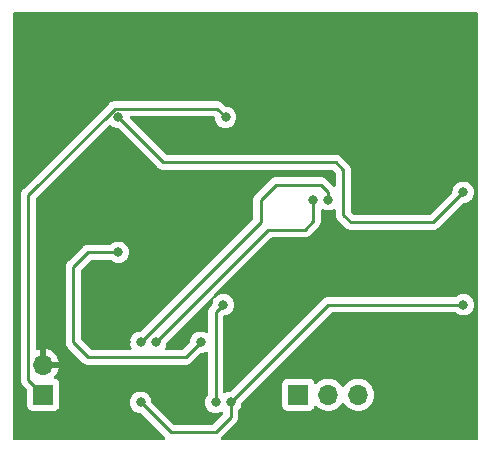
<source format=gbr>
%TF.GenerationSoftware,KiCad,Pcbnew,(6.0.11-0)*%
%TF.CreationDate,2023-04-24T09:02:29-04:00*%
%TF.ProjectId,ClickerController,436c6963-6b65-4724-936f-6e74726f6c6c,rev?*%
%TF.SameCoordinates,Original*%
%TF.FileFunction,Copper,L2,Bot*%
%TF.FilePolarity,Positive*%
%FSLAX46Y46*%
G04 Gerber Fmt 4.6, Leading zero omitted, Abs format (unit mm)*
G04 Created by KiCad (PCBNEW (6.0.11-0)) date 2023-04-24 09:02:29*
%MOMM*%
%LPD*%
G01*
G04 APERTURE LIST*
%TA.AperFunction,ComponentPad*%
%ADD10R,1.700000X1.700000*%
%TD*%
%TA.AperFunction,ComponentPad*%
%ADD11O,1.700000X1.700000*%
%TD*%
%TA.AperFunction,ViaPad*%
%ADD12C,0.800000*%
%TD*%
%TA.AperFunction,Conductor*%
%ADD13C,0.250000*%
%TD*%
G04 APERTURE END LIST*
D10*
%TO.P,J2,1,Pin_1*%
%TO.N,SER*%
X156845000Y-92075000D03*
D11*
%TO.P,J2,2,Pin_2*%
%TO.N,RCLK*%
X159385000Y-92075000D03*
%TO.P,J2,3,Pin_3*%
%TO.N,SRCLK*%
X161925000Y-92075000D03*
%TD*%
D10*
%TO.P,J1,1,Pin_1*%
%TO.N,5v*%
X135255000Y-92080000D03*
D11*
%TO.P,J1,2,Pin_2*%
%TO.N,GND*%
X135255000Y-89540000D03*
%TD*%
D12*
%TO.N,GND*%
X142240000Y-87630000D03*
X140970000Y-82550000D03*
X154305000Y-66675000D03*
%TO.N,5v*%
X170815000Y-84455000D03*
X151130000Y-92710000D03*
X143510000Y-92710000D03*
X150700000Y-68580000D03*
%TO.N,Col0*%
X148590000Y-87630000D03*
X141605000Y-80010000D03*
%TO.N,Col3*%
X150495000Y-84455000D03*
X149860000Y-92710000D03*
%TO.N,Sig*%
X141605000Y-68580000D03*
X170815000Y-74930000D03*
%TO.N,Row0*%
X159385000Y-75565000D03*
X143510000Y-87630000D03*
%TO.N,Row1*%
X158115000Y-75565000D03*
X144780000Y-87630000D03*
%TD*%
D13*
%TO.N,Sig*%
X170815000Y-74930000D02*
X168275000Y-77470000D01*
X168275000Y-77470000D02*
X161290000Y-77470000D01*
X161290000Y-77470000D02*
X160655000Y-76835000D01*
X160020000Y-72390000D02*
X145415000Y-72390000D01*
X160655000Y-76835000D02*
X160655000Y-73025000D01*
X160655000Y-73025000D02*
X160020000Y-72390000D01*
X145415000Y-72390000D02*
X141605000Y-68580000D01*
%TO.N,5v*%
X159385000Y-84455000D02*
X151130000Y-92710000D01*
X149860000Y-95250000D02*
X151130000Y-93980000D01*
X170815000Y-84455000D02*
X159385000Y-84455000D01*
X143510000Y-92710000D02*
X146050000Y-95250000D01*
X133985000Y-75174695D02*
X133985000Y-90810000D01*
X146050000Y-95250000D02*
X149860000Y-95250000D01*
X133985000Y-90810000D02*
X135255000Y-92080000D01*
X151130000Y-93980000D02*
X151130000Y-92710000D01*
X141304695Y-67855000D02*
X133985000Y-75174695D01*
X149975000Y-67855000D02*
X141304695Y-67855000D01*
X150700000Y-68580000D02*
X149975000Y-67855000D01*
%TO.N,Col0*%
X140970000Y-80010000D02*
X141605000Y-80010000D01*
X147320000Y-88900000D02*
X139065000Y-88900000D01*
X137795000Y-81280000D02*
X139065000Y-80010000D01*
X139065000Y-88900000D02*
X137795000Y-87630000D01*
X139065000Y-80010000D02*
X140970000Y-80010000D01*
X137795000Y-87630000D02*
X137795000Y-81280000D01*
X148590000Y-87630000D02*
X147320000Y-88900000D01*
%TO.N,Col3*%
X149860000Y-85090000D02*
X150495000Y-84455000D01*
X149860000Y-92710000D02*
X149860000Y-85090000D01*
%TO.N,Row0*%
X155575000Y-74295000D02*
X158750000Y-74295000D01*
X158750000Y-74295000D02*
X159385000Y-74930000D01*
X153670000Y-75565000D02*
X154940000Y-74295000D01*
X143510000Y-87630000D02*
X153670000Y-77470000D01*
X153670000Y-77470000D02*
X153670000Y-75565000D01*
X154940000Y-74295000D02*
X155575000Y-74295000D01*
X159385000Y-74930000D02*
X159385000Y-75565000D01*
%TO.N,Row1*%
X154305000Y-78105000D02*
X157390000Y-78105000D01*
X157390000Y-78105000D02*
X158115000Y-77380000D01*
X158115000Y-77380000D02*
X158115000Y-75565000D01*
X144780000Y-87630000D02*
X154305000Y-78105000D01*
%TD*%
%TA.AperFunction,Conductor*%
%TO.N,GND*%
G36*
X172027121Y-59710002D02*
G01*
X172073614Y-59763658D01*
X172085000Y-59816000D01*
X172085000Y-95759000D01*
X172064998Y-95827121D01*
X172011342Y-95873614D01*
X171959000Y-95885000D01*
X150425094Y-95885000D01*
X150356973Y-95864998D01*
X150310480Y-95811342D01*
X150300376Y-95741068D01*
X150329870Y-95676488D01*
X150335999Y-95669905D01*
X151522247Y-94483657D01*
X151530537Y-94476113D01*
X151537018Y-94472000D01*
X151583659Y-94422332D01*
X151586413Y-94419491D01*
X151606134Y-94399770D01*
X151608612Y-94396575D01*
X151616318Y-94387553D01*
X151641158Y-94361101D01*
X151646586Y-94355321D01*
X151656346Y-94337568D01*
X151667199Y-94321045D01*
X151674753Y-94311306D01*
X151679613Y-94305041D01*
X151697176Y-94264457D01*
X151702383Y-94253827D01*
X151723695Y-94215060D01*
X151725666Y-94207383D01*
X151725668Y-94207378D01*
X151728732Y-94195442D01*
X151735138Y-94176730D01*
X151740033Y-94165419D01*
X151743181Y-94158145D01*
X151744421Y-94150317D01*
X151744423Y-94150310D01*
X151750099Y-94114476D01*
X151752505Y-94102856D01*
X151761528Y-94067711D01*
X151761528Y-94067710D01*
X151763500Y-94060030D01*
X151763500Y-94039776D01*
X151765051Y-94020065D01*
X151766980Y-94007886D01*
X151768220Y-94000057D01*
X151764059Y-93956038D01*
X151763500Y-93944181D01*
X151763500Y-93412524D01*
X151783502Y-93344403D01*
X151795858Y-93328221D01*
X151869040Y-93246944D01*
X151964527Y-93081556D01*
X151999756Y-92973134D01*
X155486500Y-92973134D01*
X155493255Y-93035316D01*
X155544385Y-93171705D01*
X155631739Y-93288261D01*
X155748295Y-93375615D01*
X155884684Y-93426745D01*
X155946866Y-93433500D01*
X157743134Y-93433500D01*
X157805316Y-93426745D01*
X157941705Y-93375615D01*
X158058261Y-93288261D01*
X158145615Y-93171705D01*
X158177265Y-93087279D01*
X158189598Y-93054382D01*
X158232240Y-92997618D01*
X158298802Y-92972918D01*
X158368150Y-92988126D01*
X158402817Y-93016114D01*
X158431250Y-93048938D01*
X158603126Y-93191632D01*
X158796000Y-93304338D01*
X159004692Y-93384030D01*
X159009760Y-93385061D01*
X159009763Y-93385062D01*
X159117017Y-93406883D01*
X159223597Y-93428567D01*
X159228772Y-93428757D01*
X159228774Y-93428757D01*
X159441673Y-93436564D01*
X159441677Y-93436564D01*
X159446837Y-93436753D01*
X159451957Y-93436097D01*
X159451959Y-93436097D01*
X159663288Y-93409025D01*
X159663289Y-93409025D01*
X159668416Y-93408368D01*
X159673366Y-93406883D01*
X159877429Y-93345661D01*
X159877434Y-93345659D01*
X159882384Y-93344174D01*
X160082994Y-93245896D01*
X160264860Y-93116173D01*
X160423096Y-92958489D01*
X160553453Y-92777077D01*
X160554776Y-92778028D01*
X160601645Y-92734857D01*
X160671580Y-92722625D01*
X160737026Y-92750144D01*
X160764875Y-92781994D01*
X160824987Y-92880088D01*
X160971250Y-93048938D01*
X161143126Y-93191632D01*
X161336000Y-93304338D01*
X161544692Y-93384030D01*
X161549760Y-93385061D01*
X161549763Y-93385062D01*
X161657017Y-93406883D01*
X161763597Y-93428567D01*
X161768772Y-93428757D01*
X161768774Y-93428757D01*
X161981673Y-93436564D01*
X161981677Y-93436564D01*
X161986837Y-93436753D01*
X161991957Y-93436097D01*
X161991959Y-93436097D01*
X162203288Y-93409025D01*
X162203289Y-93409025D01*
X162208416Y-93408368D01*
X162213366Y-93406883D01*
X162417429Y-93345661D01*
X162417434Y-93345659D01*
X162422384Y-93344174D01*
X162622994Y-93245896D01*
X162804860Y-93116173D01*
X162963096Y-92958489D01*
X163093453Y-92777077D01*
X163101292Y-92761217D01*
X163190136Y-92581453D01*
X163190137Y-92581451D01*
X163192430Y-92576811D01*
X163257370Y-92363069D01*
X163286529Y-92141590D01*
X163288156Y-92075000D01*
X163269852Y-91852361D01*
X163215431Y-91635702D01*
X163126354Y-91430840D01*
X163086906Y-91369862D01*
X163007822Y-91247617D01*
X163007820Y-91247614D01*
X163005014Y-91243277D01*
X162854670Y-91078051D01*
X162850619Y-91074852D01*
X162850615Y-91074848D01*
X162683414Y-90942800D01*
X162683410Y-90942798D01*
X162679359Y-90939598D01*
X162483789Y-90831638D01*
X162478920Y-90829914D01*
X162478916Y-90829912D01*
X162278087Y-90758795D01*
X162278083Y-90758794D01*
X162273212Y-90757069D01*
X162268119Y-90756162D01*
X162268116Y-90756161D01*
X162058373Y-90718800D01*
X162058367Y-90718799D01*
X162053284Y-90717894D01*
X161979452Y-90716992D01*
X161835081Y-90715228D01*
X161835079Y-90715228D01*
X161829911Y-90715165D01*
X161609091Y-90748955D01*
X161396756Y-90818357D01*
X161198607Y-90921507D01*
X161194474Y-90924610D01*
X161194471Y-90924612D01*
X161065905Y-91021142D01*
X161019965Y-91055635D01*
X161016393Y-91059373D01*
X160908729Y-91172037D01*
X160865629Y-91217138D01*
X160758201Y-91374621D01*
X160703293Y-91419621D01*
X160632768Y-91427792D01*
X160569021Y-91396538D01*
X160548324Y-91372054D01*
X160467822Y-91247617D01*
X160467820Y-91247614D01*
X160465014Y-91243277D01*
X160314670Y-91078051D01*
X160310619Y-91074852D01*
X160310615Y-91074848D01*
X160143414Y-90942800D01*
X160143410Y-90942798D01*
X160139359Y-90939598D01*
X159943789Y-90831638D01*
X159938920Y-90829914D01*
X159938916Y-90829912D01*
X159738087Y-90758795D01*
X159738083Y-90758794D01*
X159733212Y-90757069D01*
X159728119Y-90756162D01*
X159728116Y-90756161D01*
X159518373Y-90718800D01*
X159518367Y-90718799D01*
X159513284Y-90717894D01*
X159439452Y-90716992D01*
X159295081Y-90715228D01*
X159295079Y-90715228D01*
X159289911Y-90715165D01*
X159069091Y-90748955D01*
X158856756Y-90818357D01*
X158658607Y-90921507D01*
X158654474Y-90924610D01*
X158654471Y-90924612D01*
X158525905Y-91021142D01*
X158479965Y-91055635D01*
X158414602Y-91124034D01*
X158399283Y-91140064D01*
X158337759Y-91175494D01*
X158266846Y-91172037D01*
X158209060Y-91130791D01*
X158190207Y-91097243D01*
X158148767Y-90986703D01*
X158145615Y-90978295D01*
X158058261Y-90861739D01*
X157941705Y-90774385D01*
X157805316Y-90723255D01*
X157743134Y-90716500D01*
X155946866Y-90716500D01*
X155884684Y-90723255D01*
X155748295Y-90774385D01*
X155631739Y-90861739D01*
X155544385Y-90978295D01*
X155493255Y-91114684D01*
X155486500Y-91176866D01*
X155486500Y-92973134D01*
X151999756Y-92973134D01*
X152023542Y-92899928D01*
X152040907Y-92734706D01*
X152067920Y-92669050D01*
X152077122Y-92658782D01*
X159610500Y-85125405D01*
X159672812Y-85091379D01*
X159699595Y-85088500D01*
X170106800Y-85088500D01*
X170174921Y-85108502D01*
X170194147Y-85124843D01*
X170194420Y-85124540D01*
X170199332Y-85128963D01*
X170203747Y-85133866D01*
X170358248Y-85246118D01*
X170364276Y-85248802D01*
X170364278Y-85248803D01*
X170526681Y-85321109D01*
X170532712Y-85323794D01*
X170626112Y-85343647D01*
X170713056Y-85362128D01*
X170713061Y-85362128D01*
X170719513Y-85363500D01*
X170910487Y-85363500D01*
X170916939Y-85362128D01*
X170916944Y-85362128D01*
X171003888Y-85343647D01*
X171097288Y-85323794D01*
X171103319Y-85321109D01*
X171265722Y-85248803D01*
X171265724Y-85248802D01*
X171271752Y-85246118D01*
X171426253Y-85133866D01*
X171449091Y-85108502D01*
X171549621Y-84996852D01*
X171549622Y-84996851D01*
X171554040Y-84991944D01*
X171628708Y-84862616D01*
X171646223Y-84832279D01*
X171646224Y-84832278D01*
X171649527Y-84826556D01*
X171708542Y-84644928D01*
X171728504Y-84455000D01*
X171708542Y-84265072D01*
X171649527Y-84083444D01*
X171554040Y-83918056D01*
X171537882Y-83900110D01*
X171430675Y-83781045D01*
X171430674Y-83781044D01*
X171426253Y-83776134D01*
X171271752Y-83663882D01*
X171265724Y-83661198D01*
X171265722Y-83661197D01*
X171103319Y-83588891D01*
X171103318Y-83588891D01*
X171097288Y-83586206D01*
X171003888Y-83566353D01*
X170916944Y-83547872D01*
X170916939Y-83547872D01*
X170910487Y-83546500D01*
X170719513Y-83546500D01*
X170713061Y-83547872D01*
X170713056Y-83547872D01*
X170626112Y-83566353D01*
X170532712Y-83586206D01*
X170526682Y-83588891D01*
X170526681Y-83588891D01*
X170364278Y-83661197D01*
X170364276Y-83661198D01*
X170358248Y-83663882D01*
X170203747Y-83776134D01*
X170199332Y-83781037D01*
X170194420Y-83785460D01*
X170193295Y-83784211D01*
X170139986Y-83817051D01*
X170106800Y-83821500D01*
X159463767Y-83821500D01*
X159452584Y-83820973D01*
X159445091Y-83819298D01*
X159437165Y-83819547D01*
X159437164Y-83819547D01*
X159377001Y-83821438D01*
X159373043Y-83821500D01*
X159345144Y-83821500D01*
X159341154Y-83822004D01*
X159329320Y-83822936D01*
X159285111Y-83824326D01*
X159277497Y-83826538D01*
X159277492Y-83826539D01*
X159265659Y-83829977D01*
X159246296Y-83833988D01*
X159226203Y-83836526D01*
X159218836Y-83839443D01*
X159218831Y-83839444D01*
X159185092Y-83852802D01*
X159173865Y-83856646D01*
X159131407Y-83868982D01*
X159124581Y-83873019D01*
X159113972Y-83879293D01*
X159096224Y-83887988D01*
X159077383Y-83895448D01*
X159070967Y-83900110D01*
X159070966Y-83900110D01*
X159041613Y-83921436D01*
X159031693Y-83927952D01*
X159000465Y-83946420D01*
X159000462Y-83946422D01*
X158993638Y-83950458D01*
X158979317Y-83964779D01*
X158964284Y-83977619D01*
X158947893Y-83989528D01*
X158942842Y-83995634D01*
X158919702Y-84023605D01*
X158911712Y-84032384D01*
X151179500Y-91764595D01*
X151117188Y-91798621D01*
X151090405Y-91801500D01*
X151034513Y-91801500D01*
X151028061Y-91802872D01*
X151028056Y-91802872D01*
X150941112Y-91821353D01*
X150847712Y-91841206D01*
X150841682Y-91843891D01*
X150841681Y-91843891D01*
X150822657Y-91852361D01*
X150673248Y-91918882D01*
X150672323Y-91916804D01*
X150613512Y-91931076D01*
X150546419Y-91907859D01*
X150502528Y-91852055D01*
X150493500Y-91805218D01*
X150493500Y-85486148D01*
X150513502Y-85418027D01*
X150567158Y-85371534D01*
X150593299Y-85362902D01*
X150777288Y-85323794D01*
X150783319Y-85321109D01*
X150945722Y-85248803D01*
X150945724Y-85248802D01*
X150951752Y-85246118D01*
X151106253Y-85133866D01*
X151129091Y-85108502D01*
X151229621Y-84996852D01*
X151229622Y-84996851D01*
X151234040Y-84991944D01*
X151308708Y-84862616D01*
X151326223Y-84832279D01*
X151326224Y-84832278D01*
X151329527Y-84826556D01*
X151388542Y-84644928D01*
X151408504Y-84455000D01*
X151388542Y-84265072D01*
X151329527Y-84083444D01*
X151234040Y-83918056D01*
X151217882Y-83900110D01*
X151110675Y-83781045D01*
X151110674Y-83781044D01*
X151106253Y-83776134D01*
X150951752Y-83663882D01*
X150945724Y-83661198D01*
X150945722Y-83661197D01*
X150783319Y-83588891D01*
X150783318Y-83588891D01*
X150777288Y-83586206D01*
X150683888Y-83566353D01*
X150596944Y-83547872D01*
X150596939Y-83547872D01*
X150590487Y-83546500D01*
X150399513Y-83546500D01*
X150393061Y-83547872D01*
X150393056Y-83547872D01*
X150306112Y-83566353D01*
X150212712Y-83586206D01*
X150206682Y-83588891D01*
X150206681Y-83588891D01*
X150044278Y-83661197D01*
X150044276Y-83661198D01*
X150038248Y-83663882D01*
X150032907Y-83667762D01*
X150032906Y-83667763D01*
X149884515Y-83775576D01*
X149878450Y-83777740D01*
X149864229Y-83797811D01*
X149772119Y-83900110D01*
X149755960Y-83918056D01*
X149660473Y-84083444D01*
X149601458Y-84265072D01*
X149600768Y-84271633D01*
X149600768Y-84271635D01*
X149584093Y-84430292D01*
X149557080Y-84495949D01*
X149547878Y-84506217D01*
X149467747Y-84586348D01*
X149459461Y-84593888D01*
X149452982Y-84598000D01*
X149447557Y-84603777D01*
X149406357Y-84647651D01*
X149403602Y-84650493D01*
X149383865Y-84670230D01*
X149381385Y-84673427D01*
X149373682Y-84682447D01*
X149343414Y-84714679D01*
X149339595Y-84721625D01*
X149339593Y-84721628D01*
X149333652Y-84732434D01*
X149322801Y-84748953D01*
X149310386Y-84764959D01*
X149307241Y-84772228D01*
X149307238Y-84772232D01*
X149292826Y-84805537D01*
X149287609Y-84816187D01*
X149266305Y-84854940D01*
X149264334Y-84862615D01*
X149264334Y-84862616D01*
X149261267Y-84874562D01*
X149254863Y-84893266D01*
X149246819Y-84911855D01*
X149245580Y-84919678D01*
X149245577Y-84919688D01*
X149239901Y-84955524D01*
X149237495Y-84967144D01*
X149226500Y-85009970D01*
X149226500Y-85030224D01*
X149224949Y-85049934D01*
X149221780Y-85069943D01*
X149222526Y-85077835D01*
X149225941Y-85113961D01*
X149226500Y-85125819D01*
X149226500Y-86725218D01*
X149206498Y-86793339D01*
X149152842Y-86839832D01*
X149082568Y-86849936D01*
X149047270Y-86837718D01*
X149046752Y-86838882D01*
X148878319Y-86763891D01*
X148878318Y-86763891D01*
X148872288Y-86761206D01*
X148778887Y-86741353D01*
X148691944Y-86722872D01*
X148691939Y-86722872D01*
X148685487Y-86721500D01*
X148494513Y-86721500D01*
X148488061Y-86722872D01*
X148488056Y-86722872D01*
X148401113Y-86741353D01*
X148307712Y-86761206D01*
X148301682Y-86763891D01*
X148301681Y-86763891D01*
X148139278Y-86836197D01*
X148139276Y-86836198D01*
X148133248Y-86838882D01*
X148127907Y-86842762D01*
X148127906Y-86842763D01*
X148077843Y-86879136D01*
X147978747Y-86951134D01*
X147850960Y-87093056D01*
X147755473Y-87258444D01*
X147696458Y-87440072D01*
X147695768Y-87446633D01*
X147695768Y-87446635D01*
X147679093Y-87605292D01*
X147652080Y-87670949D01*
X147642878Y-87681217D01*
X147094500Y-88229595D01*
X147032188Y-88263621D01*
X147005405Y-88266500D01*
X145679800Y-88266500D01*
X145611679Y-88246498D01*
X145565186Y-88192842D01*
X145555082Y-88122568D01*
X145570681Y-88077500D01*
X145611223Y-88007279D01*
X145611224Y-88007278D01*
X145614527Y-88001556D01*
X145673542Y-87819928D01*
X145690907Y-87654706D01*
X145717920Y-87589050D01*
X145727122Y-87578782D01*
X149681498Y-83624406D01*
X149704852Y-83611654D01*
X149710674Y-83596699D01*
X149721359Y-83584545D01*
X154530499Y-78775405D01*
X154592811Y-78741379D01*
X154619594Y-78738500D01*
X157311233Y-78738500D01*
X157322416Y-78739027D01*
X157329909Y-78740702D01*
X157337835Y-78740453D01*
X157337836Y-78740453D01*
X157397986Y-78738562D01*
X157401945Y-78738500D01*
X157429856Y-78738500D01*
X157433791Y-78738003D01*
X157433856Y-78737995D01*
X157445693Y-78737062D01*
X157477951Y-78736048D01*
X157481970Y-78735922D01*
X157489889Y-78735673D01*
X157509343Y-78730021D01*
X157528700Y-78726013D01*
X157540930Y-78724468D01*
X157540931Y-78724468D01*
X157548797Y-78723474D01*
X157556168Y-78720555D01*
X157556170Y-78720555D01*
X157589912Y-78707196D01*
X157601142Y-78703351D01*
X157635983Y-78693229D01*
X157635984Y-78693229D01*
X157643593Y-78691018D01*
X157650412Y-78686985D01*
X157650417Y-78686983D01*
X157661028Y-78680707D01*
X157678776Y-78672012D01*
X157697617Y-78664552D01*
X157733387Y-78638564D01*
X157743307Y-78632048D01*
X157774535Y-78613580D01*
X157774538Y-78613578D01*
X157781362Y-78609542D01*
X157795683Y-78595221D01*
X157810717Y-78582380D01*
X157820693Y-78575132D01*
X157827107Y-78570472D01*
X157855288Y-78536407D01*
X157863278Y-78527626D01*
X158507258Y-77883647D01*
X158515537Y-77876113D01*
X158522018Y-77872000D01*
X158568644Y-77822348D01*
X158571398Y-77819507D01*
X158591135Y-77799770D01*
X158593615Y-77796573D01*
X158601320Y-77787551D01*
X158626159Y-77761100D01*
X158631586Y-77755321D01*
X158635405Y-77748375D01*
X158635407Y-77748372D01*
X158641348Y-77737566D01*
X158652199Y-77721047D01*
X158659758Y-77711301D01*
X158664614Y-77705041D01*
X158667759Y-77697772D01*
X158667762Y-77697768D01*
X158682174Y-77664463D01*
X158687391Y-77653813D01*
X158708695Y-77615060D01*
X158713733Y-77595437D01*
X158720137Y-77576734D01*
X158725033Y-77565420D01*
X158725033Y-77565419D01*
X158728181Y-77558145D01*
X158729420Y-77550322D01*
X158729423Y-77550312D01*
X158735099Y-77514476D01*
X158737505Y-77502856D01*
X158746528Y-77467711D01*
X158746528Y-77467710D01*
X158748500Y-77460030D01*
X158748500Y-77439776D01*
X158750051Y-77420065D01*
X158751980Y-77407886D01*
X158753220Y-77400057D01*
X158749059Y-77356038D01*
X158748500Y-77344181D01*
X158748500Y-76469782D01*
X158768502Y-76401661D01*
X158822158Y-76355168D01*
X158892432Y-76345064D01*
X158927730Y-76357282D01*
X158928248Y-76356118D01*
X159078345Y-76422945D01*
X159102712Y-76433794D01*
X159196113Y-76453647D01*
X159283056Y-76472128D01*
X159283061Y-76472128D01*
X159289513Y-76473500D01*
X159480487Y-76473500D01*
X159486939Y-76472128D01*
X159486944Y-76472128D01*
X159573887Y-76453647D01*
X159667288Y-76433794D01*
X159691656Y-76422945D01*
X159841752Y-76356118D01*
X159842677Y-76358196D01*
X159901488Y-76343924D01*
X159968581Y-76367141D01*
X160012472Y-76422945D01*
X160021500Y-76469782D01*
X160021500Y-76756233D01*
X160020973Y-76767416D01*
X160019298Y-76774909D01*
X160019547Y-76782835D01*
X160019547Y-76782836D01*
X160021438Y-76842986D01*
X160021500Y-76846945D01*
X160021500Y-76874856D01*
X160021997Y-76878790D01*
X160021997Y-76878791D01*
X160022005Y-76878856D01*
X160022938Y-76890693D01*
X160024327Y-76934889D01*
X160029978Y-76954339D01*
X160033987Y-76973700D01*
X160036526Y-76993797D01*
X160039445Y-77001168D01*
X160039445Y-77001170D01*
X160052804Y-77034912D01*
X160056649Y-77046142D01*
X160068982Y-77088593D01*
X160073015Y-77095412D01*
X160073017Y-77095417D01*
X160079293Y-77106028D01*
X160087988Y-77123776D01*
X160095448Y-77142617D01*
X160100110Y-77149033D01*
X160100110Y-77149034D01*
X160121436Y-77178387D01*
X160127952Y-77188307D01*
X160139360Y-77207596D01*
X160150458Y-77226362D01*
X160164779Y-77240683D01*
X160177619Y-77255716D01*
X160189528Y-77272107D01*
X160195634Y-77277158D01*
X160223605Y-77300298D01*
X160232384Y-77308288D01*
X160786343Y-77862247D01*
X160793887Y-77870537D01*
X160798000Y-77877018D01*
X160803777Y-77882443D01*
X160847667Y-77923658D01*
X160850509Y-77926413D01*
X160870231Y-77946135D01*
X160873355Y-77948558D01*
X160873359Y-77948562D01*
X160873424Y-77948612D01*
X160882445Y-77956317D01*
X160914679Y-77986586D01*
X160921627Y-77990405D01*
X160921629Y-77990407D01*
X160932432Y-77996346D01*
X160948959Y-78007202D01*
X160958698Y-78014757D01*
X160958700Y-78014758D01*
X160964960Y-78019614D01*
X161005540Y-78037174D01*
X161016188Y-78042391D01*
X161040976Y-78056018D01*
X161054940Y-78063695D01*
X161062616Y-78065666D01*
X161062619Y-78065667D01*
X161074562Y-78068733D01*
X161093267Y-78075137D01*
X161111855Y-78083181D01*
X161119678Y-78084420D01*
X161119688Y-78084423D01*
X161155524Y-78090099D01*
X161167144Y-78092505D01*
X161198959Y-78100673D01*
X161209970Y-78103500D01*
X161230224Y-78103500D01*
X161249934Y-78105051D01*
X161269943Y-78108220D01*
X161277835Y-78107474D01*
X161296580Y-78105702D01*
X161313962Y-78104059D01*
X161325819Y-78103500D01*
X168196233Y-78103500D01*
X168207416Y-78104027D01*
X168214909Y-78105702D01*
X168222835Y-78105453D01*
X168222836Y-78105453D01*
X168282986Y-78103562D01*
X168286945Y-78103500D01*
X168314856Y-78103500D01*
X168318791Y-78103003D01*
X168318856Y-78102995D01*
X168330693Y-78102062D01*
X168362951Y-78101048D01*
X168366970Y-78100922D01*
X168374889Y-78100673D01*
X168394343Y-78095021D01*
X168413700Y-78091013D01*
X168425930Y-78089468D01*
X168425931Y-78089468D01*
X168433797Y-78088474D01*
X168441168Y-78085555D01*
X168441170Y-78085555D01*
X168474912Y-78072196D01*
X168486142Y-78068351D01*
X168520983Y-78058229D01*
X168520984Y-78058229D01*
X168528593Y-78056018D01*
X168535412Y-78051985D01*
X168535417Y-78051983D01*
X168546028Y-78045707D01*
X168563776Y-78037012D01*
X168582617Y-78029552D01*
X168618387Y-78003564D01*
X168628307Y-77997048D01*
X168659535Y-77978580D01*
X168659538Y-77978578D01*
X168666362Y-77974542D01*
X168680683Y-77960221D01*
X168695717Y-77947380D01*
X168697431Y-77946135D01*
X168712107Y-77935472D01*
X168740298Y-77901395D01*
X168748288Y-77892616D01*
X170765499Y-75875405D01*
X170827811Y-75841379D01*
X170854594Y-75838500D01*
X170910487Y-75838500D01*
X170916939Y-75837128D01*
X170916944Y-75837128D01*
X171003888Y-75818647D01*
X171097288Y-75798794D01*
X171115919Y-75790499D01*
X171265722Y-75723803D01*
X171265724Y-75723802D01*
X171271752Y-75721118D01*
X171426253Y-75608866D01*
X171471661Y-75558435D01*
X171549621Y-75471852D01*
X171549622Y-75471851D01*
X171554040Y-75466944D01*
X171628708Y-75337616D01*
X171646223Y-75307279D01*
X171646224Y-75307278D01*
X171649527Y-75301556D01*
X171708542Y-75119928D01*
X171728504Y-74930000D01*
X171720059Y-74849654D01*
X171709232Y-74746635D01*
X171709232Y-74746633D01*
X171708542Y-74740072D01*
X171649527Y-74558444D01*
X171554040Y-74393056D01*
X171530044Y-74366405D01*
X171430675Y-74256045D01*
X171430674Y-74256044D01*
X171426253Y-74251134D01*
X171271752Y-74138882D01*
X171265724Y-74136198D01*
X171265722Y-74136197D01*
X171103319Y-74063891D01*
X171103318Y-74063891D01*
X171097288Y-74061206D01*
X171003887Y-74041353D01*
X170916944Y-74022872D01*
X170916939Y-74022872D01*
X170910487Y-74021500D01*
X170719513Y-74021500D01*
X170713061Y-74022872D01*
X170713056Y-74022872D01*
X170626113Y-74041353D01*
X170532712Y-74061206D01*
X170526682Y-74063891D01*
X170526681Y-74063891D01*
X170364278Y-74136197D01*
X170364276Y-74136198D01*
X170358248Y-74138882D01*
X170203747Y-74251134D01*
X170199326Y-74256044D01*
X170199325Y-74256045D01*
X170099957Y-74366405D01*
X170075960Y-74393056D01*
X169980473Y-74558444D01*
X169921458Y-74740072D01*
X169920768Y-74746633D01*
X169920768Y-74746635D01*
X169904093Y-74905292D01*
X169877080Y-74970949D01*
X169867878Y-74981217D01*
X168049500Y-76799595D01*
X167987188Y-76833621D01*
X167960405Y-76836500D01*
X161604595Y-76836500D01*
X161536474Y-76816498D01*
X161515499Y-76799595D01*
X161325404Y-76609499D01*
X161291379Y-76547187D01*
X161288500Y-76520404D01*
X161288500Y-73103768D01*
X161289027Y-73092585D01*
X161290702Y-73085092D01*
X161288562Y-73017001D01*
X161288500Y-73013044D01*
X161288500Y-72985144D01*
X161287996Y-72981153D01*
X161287063Y-72969311D01*
X161286682Y-72957167D01*
X161285674Y-72925111D01*
X161283461Y-72917493D01*
X161280021Y-72905652D01*
X161276012Y-72886293D01*
X161275846Y-72884983D01*
X161273474Y-72866203D01*
X161270558Y-72858837D01*
X161270556Y-72858831D01*
X161257200Y-72825098D01*
X161253355Y-72813868D01*
X161243230Y-72779017D01*
X161243230Y-72779016D01*
X161241019Y-72771407D01*
X161230705Y-72753966D01*
X161222008Y-72736213D01*
X161217472Y-72724758D01*
X161214552Y-72717383D01*
X161188563Y-72681612D01*
X161182047Y-72671692D01*
X161163578Y-72640463D01*
X161159542Y-72633638D01*
X161145221Y-72619317D01*
X161132380Y-72604283D01*
X161125132Y-72594307D01*
X161120472Y-72587893D01*
X161086407Y-72559712D01*
X161077626Y-72551722D01*
X160523647Y-71997742D01*
X160516113Y-71989463D01*
X160512000Y-71982982D01*
X160462348Y-71936356D01*
X160459507Y-71933602D01*
X160439770Y-71913865D01*
X160436573Y-71911385D01*
X160427551Y-71903680D01*
X160401100Y-71878841D01*
X160395321Y-71873414D01*
X160388375Y-71869595D01*
X160388372Y-71869593D01*
X160377566Y-71863652D01*
X160361047Y-71852801D01*
X160360583Y-71852441D01*
X160345041Y-71840386D01*
X160337772Y-71837241D01*
X160337768Y-71837238D01*
X160304463Y-71822826D01*
X160293813Y-71817609D01*
X160255060Y-71796305D01*
X160235437Y-71791267D01*
X160216734Y-71784863D01*
X160205420Y-71779967D01*
X160205419Y-71779967D01*
X160198145Y-71776819D01*
X160190322Y-71775580D01*
X160190312Y-71775577D01*
X160154476Y-71769901D01*
X160142856Y-71767495D01*
X160107711Y-71758472D01*
X160107710Y-71758472D01*
X160100030Y-71756500D01*
X160079776Y-71756500D01*
X160060065Y-71754949D01*
X160047886Y-71753020D01*
X160040057Y-71751780D01*
X160032165Y-71752526D01*
X159996039Y-71755941D01*
X159984181Y-71756500D01*
X145729594Y-71756500D01*
X145661473Y-71736498D01*
X145640499Y-71719595D01*
X142624500Y-68703595D01*
X142590474Y-68641283D01*
X142595539Y-68570467D01*
X142638086Y-68513632D01*
X142704606Y-68488821D01*
X142713595Y-68488500D01*
X149660406Y-68488500D01*
X149728527Y-68508502D01*
X149749501Y-68525405D01*
X149752878Y-68528782D01*
X149786904Y-68591094D01*
X149789092Y-68604703D01*
X149806458Y-68769928D01*
X149865473Y-68951556D01*
X149960960Y-69116944D01*
X150088747Y-69258866D01*
X150243248Y-69371118D01*
X150249276Y-69373802D01*
X150249278Y-69373803D01*
X150411681Y-69446109D01*
X150417712Y-69448794D01*
X150511112Y-69468647D01*
X150598056Y-69487128D01*
X150598061Y-69487128D01*
X150604513Y-69488500D01*
X150795487Y-69488500D01*
X150801939Y-69487128D01*
X150801944Y-69487128D01*
X150888888Y-69468647D01*
X150982288Y-69448794D01*
X150988319Y-69446109D01*
X151150722Y-69373803D01*
X151150724Y-69373802D01*
X151156752Y-69371118D01*
X151311253Y-69258866D01*
X151439040Y-69116944D01*
X151534527Y-68951556D01*
X151593542Y-68769928D01*
X151613504Y-68580000D01*
X151593542Y-68390072D01*
X151534527Y-68208444D01*
X151439040Y-68043056D01*
X151311253Y-67901134D01*
X151156752Y-67788882D01*
X151150724Y-67786198D01*
X151150722Y-67786197D01*
X150988319Y-67713891D01*
X150988318Y-67713891D01*
X150982288Y-67711206D01*
X150888888Y-67691353D01*
X150801944Y-67672872D01*
X150801939Y-67672872D01*
X150795487Y-67671500D01*
X150739595Y-67671500D01*
X150671474Y-67651498D01*
X150650500Y-67634595D01*
X150478652Y-67462747D01*
X150471112Y-67454461D01*
X150467000Y-67447982D01*
X150417348Y-67401356D01*
X150414507Y-67398602D01*
X150394770Y-67378865D01*
X150391573Y-67376385D01*
X150382551Y-67368680D01*
X150369122Y-67356069D01*
X150350321Y-67338414D01*
X150343375Y-67334595D01*
X150343372Y-67334593D01*
X150332566Y-67328652D01*
X150316047Y-67317801D01*
X150315583Y-67317441D01*
X150300041Y-67305386D01*
X150292772Y-67302241D01*
X150292768Y-67302238D01*
X150259463Y-67287826D01*
X150248813Y-67282609D01*
X150210060Y-67261305D01*
X150190437Y-67256267D01*
X150171734Y-67249863D01*
X150160420Y-67244967D01*
X150160419Y-67244967D01*
X150153145Y-67241819D01*
X150145322Y-67240580D01*
X150145312Y-67240577D01*
X150109476Y-67234901D01*
X150097856Y-67232495D01*
X150062711Y-67223472D01*
X150062710Y-67223472D01*
X150055030Y-67221500D01*
X150034776Y-67221500D01*
X150015065Y-67219949D01*
X150002886Y-67218020D01*
X149995057Y-67216780D01*
X149965786Y-67219547D01*
X149951039Y-67220941D01*
X149939181Y-67221500D01*
X141383462Y-67221500D01*
X141372279Y-67220973D01*
X141364786Y-67219298D01*
X141356860Y-67219547D01*
X141356859Y-67219547D01*
X141296696Y-67221438D01*
X141292738Y-67221500D01*
X141264839Y-67221500D01*
X141260849Y-67222004D01*
X141249015Y-67222936D01*
X141204806Y-67224326D01*
X141197192Y-67226538D01*
X141197187Y-67226539D01*
X141185354Y-67229977D01*
X141165991Y-67233988D01*
X141145898Y-67236526D01*
X141138531Y-67239443D01*
X141138526Y-67239444D01*
X141104787Y-67252802D01*
X141093560Y-67256646D01*
X141051102Y-67268982D01*
X141044276Y-67273019D01*
X141033667Y-67279293D01*
X141015919Y-67287988D01*
X140997078Y-67295448D01*
X140990662Y-67300110D01*
X140990661Y-67300110D01*
X140961308Y-67321436D01*
X140951388Y-67327952D01*
X140920160Y-67346420D01*
X140920157Y-67346422D01*
X140913333Y-67350458D01*
X140899012Y-67364779D01*
X140883979Y-67377619D01*
X140867588Y-67389528D01*
X140858912Y-67400016D01*
X140839397Y-67423605D01*
X140831407Y-67432384D01*
X133592747Y-74671043D01*
X133584461Y-74678583D01*
X133577982Y-74682695D01*
X133572557Y-74688472D01*
X133531357Y-74732346D01*
X133528602Y-74735188D01*
X133508865Y-74754925D01*
X133506385Y-74758122D01*
X133498682Y-74767142D01*
X133468414Y-74799374D01*
X133464595Y-74806320D01*
X133464593Y-74806323D01*
X133458652Y-74817129D01*
X133447801Y-74833648D01*
X133435386Y-74849654D01*
X133432241Y-74856923D01*
X133432238Y-74856927D01*
X133417826Y-74890232D01*
X133412609Y-74900882D01*
X133391305Y-74939635D01*
X133389334Y-74947310D01*
X133389334Y-74947311D01*
X133386267Y-74959257D01*
X133379863Y-74977961D01*
X133371819Y-74996550D01*
X133370580Y-75004373D01*
X133370577Y-75004383D01*
X133364901Y-75040219D01*
X133362495Y-75051839D01*
X133358003Y-75069337D01*
X133351500Y-75094665D01*
X133351500Y-75114919D01*
X133349949Y-75134629D01*
X133346780Y-75154638D01*
X133347526Y-75162530D01*
X133350941Y-75198656D01*
X133351500Y-75210514D01*
X133351500Y-90731233D01*
X133350973Y-90742416D01*
X133349298Y-90749909D01*
X133349547Y-90757835D01*
X133349547Y-90757836D01*
X133351438Y-90817986D01*
X133351500Y-90821945D01*
X133351500Y-90849856D01*
X133351997Y-90853790D01*
X133351997Y-90853791D01*
X133352005Y-90853856D01*
X133352938Y-90865693D01*
X133354327Y-90909889D01*
X133359978Y-90929339D01*
X133363987Y-90948700D01*
X133366526Y-90968797D01*
X133369445Y-90976168D01*
X133369445Y-90976170D01*
X133382804Y-91009912D01*
X133386649Y-91021142D01*
X133398982Y-91063593D01*
X133403015Y-91070412D01*
X133403017Y-91070417D01*
X133409293Y-91081028D01*
X133417988Y-91098776D01*
X133425448Y-91117617D01*
X133430110Y-91124033D01*
X133430110Y-91124034D01*
X133451436Y-91153387D01*
X133457952Y-91163307D01*
X133470949Y-91185283D01*
X133480458Y-91201362D01*
X133494779Y-91215683D01*
X133507619Y-91230716D01*
X133519528Y-91247107D01*
X133525634Y-91252158D01*
X133553605Y-91275298D01*
X133562384Y-91283288D01*
X133859595Y-91580499D01*
X133893621Y-91642811D01*
X133896500Y-91669594D01*
X133896500Y-92978134D01*
X133903255Y-93040316D01*
X133954385Y-93176705D01*
X134041739Y-93293261D01*
X134158295Y-93380615D01*
X134294684Y-93431745D01*
X134356866Y-93438500D01*
X136153134Y-93438500D01*
X136215316Y-93431745D01*
X136351705Y-93380615D01*
X136468261Y-93293261D01*
X136555615Y-93176705D01*
X136606745Y-93040316D01*
X136613500Y-92978134D01*
X136613500Y-91181866D01*
X136606745Y-91119684D01*
X136555615Y-90983295D01*
X136468261Y-90866739D01*
X136351705Y-90779385D01*
X136254896Y-90743093D01*
X136232687Y-90734767D01*
X136175923Y-90692125D01*
X136151223Y-90625564D01*
X136166430Y-90556215D01*
X136187977Y-90527535D01*
X136289052Y-90426812D01*
X136295730Y-90418965D01*
X136420003Y-90246020D01*
X136425313Y-90237183D01*
X136519670Y-90046267D01*
X136523469Y-90036672D01*
X136585377Y-89832910D01*
X136587555Y-89822837D01*
X136588986Y-89811962D01*
X136586775Y-89797778D01*
X136573617Y-89794000D01*
X135127000Y-89794000D01*
X135058879Y-89773998D01*
X135012386Y-89720342D01*
X135001000Y-89668000D01*
X135001000Y-89267885D01*
X135509000Y-89267885D01*
X135513475Y-89283124D01*
X135514865Y-89284329D01*
X135522548Y-89286000D01*
X136573344Y-89286000D01*
X136586875Y-89282027D01*
X136588180Y-89272947D01*
X136546214Y-89105875D01*
X136542894Y-89096124D01*
X136457972Y-88900814D01*
X136453105Y-88891739D01*
X136337426Y-88712926D01*
X136331136Y-88704757D01*
X136187806Y-88547240D01*
X136180273Y-88540215D01*
X136013139Y-88408222D01*
X136004552Y-88402517D01*
X135818117Y-88299599D01*
X135808705Y-88295369D01*
X135607959Y-88224280D01*
X135597988Y-88221646D01*
X135526837Y-88208972D01*
X135513540Y-88210432D01*
X135509000Y-88224989D01*
X135509000Y-89267885D01*
X135001000Y-89267885D01*
X135001000Y-88223102D01*
X134997082Y-88209758D01*
X134982806Y-88207771D01*
X134944324Y-88213660D01*
X134934288Y-88216051D01*
X134783645Y-88265288D01*
X134712681Y-88267439D01*
X134651819Y-88230882D01*
X134620383Y-88167225D01*
X134618500Y-88145523D01*
X134618500Y-75489289D01*
X134638502Y-75421168D01*
X134655405Y-75400194D01*
X140806516Y-69249084D01*
X140868828Y-69215058D01*
X140939643Y-69220123D01*
X140983841Y-69250188D01*
X140984423Y-69249541D01*
X140989158Y-69253804D01*
X140989240Y-69253860D01*
X140993747Y-69258866D01*
X141148248Y-69371118D01*
X141154276Y-69373802D01*
X141154278Y-69373803D01*
X141316681Y-69446109D01*
X141322712Y-69448794D01*
X141416112Y-69468647D01*
X141503056Y-69487128D01*
X141503061Y-69487128D01*
X141509513Y-69488500D01*
X141565406Y-69488500D01*
X141633527Y-69508502D01*
X141654501Y-69525405D01*
X144911343Y-72782247D01*
X144918887Y-72790537D01*
X144923000Y-72797018D01*
X144928777Y-72802443D01*
X144972667Y-72843658D01*
X144975509Y-72846413D01*
X144995231Y-72866135D01*
X144998355Y-72868558D01*
X144998359Y-72868562D01*
X144998424Y-72868612D01*
X145007445Y-72876317D01*
X145039679Y-72906586D01*
X145046627Y-72910405D01*
X145046629Y-72910407D01*
X145057432Y-72916346D01*
X145073959Y-72927202D01*
X145083698Y-72934757D01*
X145083700Y-72934758D01*
X145089960Y-72939614D01*
X145130540Y-72957174D01*
X145141188Y-72962391D01*
X145153776Y-72969311D01*
X145179940Y-72983695D01*
X145187616Y-72985666D01*
X145187619Y-72985667D01*
X145199562Y-72988733D01*
X145218267Y-72995137D01*
X145236855Y-73003181D01*
X145244678Y-73004420D01*
X145244688Y-73004423D01*
X145280524Y-73010099D01*
X145292144Y-73012505D01*
X145327289Y-73021528D01*
X145334970Y-73023500D01*
X145355224Y-73023500D01*
X145374934Y-73025051D01*
X145394943Y-73028220D01*
X145402835Y-73027474D01*
X145438961Y-73024059D01*
X145450819Y-73023500D01*
X159705406Y-73023500D01*
X159773527Y-73043502D01*
X159794501Y-73060405D01*
X159984595Y-73250499D01*
X160018621Y-73312811D01*
X160021500Y-73339594D01*
X160021500Y-74366405D01*
X160001498Y-74434526D01*
X159947842Y-74481019D01*
X159877568Y-74491123D01*
X159812988Y-74461629D01*
X159806404Y-74455500D01*
X159253647Y-73902742D01*
X159246113Y-73894463D01*
X159242000Y-73887982D01*
X159192348Y-73841356D01*
X159189507Y-73838602D01*
X159169770Y-73818865D01*
X159166573Y-73816385D01*
X159157551Y-73808680D01*
X159144116Y-73796064D01*
X159125321Y-73778414D01*
X159118375Y-73774595D01*
X159118372Y-73774593D01*
X159107566Y-73768652D01*
X159091047Y-73757801D01*
X159090583Y-73757441D01*
X159075041Y-73745386D01*
X159067772Y-73742241D01*
X159067768Y-73742238D01*
X159034463Y-73727826D01*
X159023813Y-73722609D01*
X158985060Y-73701305D01*
X158965437Y-73696267D01*
X158946734Y-73689863D01*
X158935420Y-73684967D01*
X158935419Y-73684967D01*
X158928145Y-73681819D01*
X158920322Y-73680580D01*
X158920312Y-73680577D01*
X158884476Y-73674901D01*
X158872856Y-73672495D01*
X158837711Y-73663472D01*
X158837710Y-73663472D01*
X158830030Y-73661500D01*
X158809776Y-73661500D01*
X158790065Y-73659949D01*
X158777886Y-73658020D01*
X158770057Y-73656780D01*
X158740786Y-73659547D01*
X158726039Y-73660941D01*
X158714181Y-73661500D01*
X155018767Y-73661500D01*
X155007584Y-73660973D01*
X155000091Y-73659298D01*
X154992165Y-73659547D01*
X154992164Y-73659547D01*
X154932014Y-73661438D01*
X154928055Y-73661500D01*
X154900144Y-73661500D01*
X154896210Y-73661997D01*
X154896209Y-73661997D01*
X154896144Y-73662005D01*
X154884307Y-73662938D01*
X154852490Y-73663938D01*
X154848029Y-73664078D01*
X154840110Y-73664327D01*
X154822454Y-73669456D01*
X154820658Y-73669978D01*
X154801306Y-73673986D01*
X154794235Y-73674880D01*
X154781203Y-73676526D01*
X154773834Y-73679443D01*
X154773832Y-73679444D01*
X154740097Y-73692800D01*
X154728869Y-73696645D01*
X154686407Y-73708982D01*
X154679585Y-73713016D01*
X154679579Y-73713019D01*
X154668968Y-73719294D01*
X154651218Y-73727990D01*
X154639756Y-73732528D01*
X154639751Y-73732531D01*
X154632383Y-73735448D01*
X154614970Y-73748099D01*
X154596625Y-73761427D01*
X154586707Y-73767943D01*
X154575463Y-73774593D01*
X154548637Y-73790458D01*
X154534313Y-73804782D01*
X154519281Y-73817621D01*
X154502893Y-73829528D01*
X154474712Y-73863593D01*
X154466722Y-73872373D01*
X153277747Y-75061348D01*
X153269461Y-75068888D01*
X153262982Y-75073000D01*
X153257557Y-75078777D01*
X153216357Y-75122651D01*
X153213602Y-75125493D01*
X153193865Y-75145230D01*
X153191385Y-75148427D01*
X153183682Y-75157447D01*
X153153414Y-75189679D01*
X153149595Y-75196625D01*
X153149593Y-75196628D01*
X153143652Y-75207434D01*
X153132801Y-75223953D01*
X153120386Y-75239959D01*
X153117241Y-75247228D01*
X153117238Y-75247232D01*
X153102826Y-75280537D01*
X153097609Y-75291187D01*
X153076305Y-75329940D01*
X153074334Y-75337615D01*
X153074334Y-75337616D01*
X153071267Y-75349562D01*
X153064863Y-75368266D01*
X153056819Y-75386855D01*
X153055580Y-75394678D01*
X153055577Y-75394688D01*
X153049901Y-75430524D01*
X153047495Y-75442144D01*
X153036500Y-75484970D01*
X153036500Y-75505224D01*
X153034949Y-75524934D01*
X153031780Y-75544943D01*
X153032526Y-75552835D01*
X153035941Y-75588961D01*
X153036500Y-75600819D01*
X153036500Y-77155406D01*
X153016498Y-77223527D01*
X152999595Y-77244501D01*
X143559500Y-86684595D01*
X143497188Y-86718621D01*
X143470405Y-86721500D01*
X143414513Y-86721500D01*
X143408061Y-86722872D01*
X143408056Y-86722872D01*
X143321113Y-86741353D01*
X143227712Y-86761206D01*
X143221682Y-86763891D01*
X143221681Y-86763891D01*
X143059278Y-86836197D01*
X143059276Y-86836198D01*
X143053248Y-86838882D01*
X143047907Y-86842762D01*
X143047906Y-86842763D01*
X142997843Y-86879136D01*
X142898747Y-86951134D01*
X142770960Y-87093056D01*
X142675473Y-87258444D01*
X142616458Y-87440072D01*
X142596496Y-87630000D01*
X142616458Y-87819928D01*
X142675473Y-88001556D01*
X142678776Y-88007278D01*
X142678777Y-88007279D01*
X142719319Y-88077500D01*
X142736057Y-88146496D01*
X142712836Y-88213587D01*
X142657029Y-88257474D01*
X142610200Y-88266500D01*
X139379595Y-88266500D01*
X139311474Y-88246498D01*
X139290500Y-88229595D01*
X138465405Y-87404500D01*
X138431379Y-87342188D01*
X138428500Y-87315405D01*
X138428500Y-81594594D01*
X138448502Y-81526473D01*
X138465405Y-81505499D01*
X139290499Y-80680405D01*
X139352811Y-80646379D01*
X139379594Y-80643500D01*
X140896800Y-80643500D01*
X140964921Y-80663502D01*
X140984147Y-80679843D01*
X140984420Y-80679540D01*
X140989332Y-80683963D01*
X140993747Y-80688866D01*
X141015329Y-80704546D01*
X141130193Y-80788000D01*
X141148248Y-80801118D01*
X141154276Y-80803802D01*
X141154278Y-80803803D01*
X141316681Y-80876109D01*
X141322712Y-80878794D01*
X141416112Y-80898647D01*
X141503056Y-80917128D01*
X141503061Y-80917128D01*
X141509513Y-80918500D01*
X141700487Y-80918500D01*
X141706939Y-80917128D01*
X141706944Y-80917128D01*
X141793888Y-80898647D01*
X141887288Y-80878794D01*
X141893319Y-80876109D01*
X142055722Y-80803803D01*
X142055724Y-80803802D01*
X142061752Y-80801118D01*
X142079808Y-80788000D01*
X142117157Y-80760864D01*
X142216253Y-80688866D01*
X142239091Y-80663502D01*
X142339621Y-80551852D01*
X142339622Y-80551851D01*
X142344040Y-80546944D01*
X142439527Y-80381556D01*
X142498542Y-80199928D01*
X142518504Y-80010000D01*
X142498542Y-79820072D01*
X142439527Y-79638444D01*
X142344040Y-79473056D01*
X142327881Y-79455109D01*
X142220675Y-79336045D01*
X142220674Y-79336044D01*
X142216253Y-79331134D01*
X142061752Y-79218882D01*
X142055724Y-79216198D01*
X142055722Y-79216197D01*
X141893319Y-79143891D01*
X141893318Y-79143891D01*
X141887288Y-79141206D01*
X141793887Y-79121353D01*
X141706944Y-79102872D01*
X141706939Y-79102872D01*
X141700487Y-79101500D01*
X141509513Y-79101500D01*
X141503061Y-79102872D01*
X141503056Y-79102872D01*
X141416113Y-79121353D01*
X141322712Y-79141206D01*
X141316682Y-79143891D01*
X141316681Y-79143891D01*
X141154278Y-79216197D01*
X141154276Y-79216198D01*
X141148248Y-79218882D01*
X140993747Y-79331134D01*
X140989332Y-79336037D01*
X140984420Y-79340460D01*
X140983295Y-79339211D01*
X140929986Y-79372051D01*
X140896800Y-79376500D01*
X139143767Y-79376500D01*
X139132584Y-79375973D01*
X139125091Y-79374298D01*
X139117165Y-79374547D01*
X139117164Y-79374547D01*
X139057014Y-79376438D01*
X139053055Y-79376500D01*
X139025144Y-79376500D01*
X139021210Y-79376997D01*
X139021209Y-79376997D01*
X139021144Y-79377005D01*
X139009307Y-79377938D01*
X138977490Y-79378938D01*
X138973029Y-79379078D01*
X138965110Y-79379327D01*
X138947454Y-79384456D01*
X138945658Y-79384978D01*
X138926306Y-79388986D01*
X138919235Y-79389880D01*
X138906203Y-79391526D01*
X138898834Y-79394443D01*
X138898832Y-79394444D01*
X138865097Y-79407800D01*
X138853869Y-79411645D01*
X138811407Y-79423982D01*
X138804585Y-79428016D01*
X138804579Y-79428019D01*
X138793968Y-79434294D01*
X138776218Y-79442990D01*
X138764756Y-79447528D01*
X138764751Y-79447531D01*
X138757383Y-79450448D01*
X138750968Y-79455109D01*
X138721625Y-79476427D01*
X138711707Y-79482943D01*
X138693019Y-79493995D01*
X138673637Y-79505458D01*
X138659313Y-79519782D01*
X138644281Y-79532621D01*
X138627893Y-79544528D01*
X138599712Y-79578593D01*
X138591722Y-79587373D01*
X137402747Y-80776348D01*
X137394461Y-80783888D01*
X137387982Y-80788000D01*
X137382557Y-80793777D01*
X137341357Y-80837651D01*
X137338602Y-80840493D01*
X137318865Y-80860230D01*
X137316385Y-80863427D01*
X137308682Y-80872447D01*
X137278414Y-80904679D01*
X137274595Y-80911625D01*
X137274593Y-80911628D01*
X137268652Y-80922434D01*
X137257801Y-80938953D01*
X137245386Y-80954959D01*
X137242241Y-80962228D01*
X137242238Y-80962232D01*
X137227826Y-80995537D01*
X137222609Y-81006187D01*
X137201305Y-81044940D01*
X137199334Y-81052615D01*
X137199334Y-81052616D01*
X137196267Y-81064562D01*
X137189863Y-81083266D01*
X137181819Y-81101855D01*
X137180580Y-81109678D01*
X137180577Y-81109688D01*
X137174901Y-81145524D01*
X137172495Y-81157144D01*
X137161500Y-81199970D01*
X137161500Y-81220224D01*
X137159949Y-81239934D01*
X137156780Y-81259943D01*
X137157526Y-81267835D01*
X137160941Y-81303961D01*
X137161500Y-81315819D01*
X137161500Y-87551233D01*
X137160973Y-87562416D01*
X137159298Y-87569909D01*
X137159547Y-87577835D01*
X137159547Y-87577836D01*
X137161438Y-87637986D01*
X137161500Y-87641945D01*
X137161500Y-87669856D01*
X137161997Y-87673790D01*
X137161997Y-87673791D01*
X137162005Y-87673856D01*
X137162938Y-87685693D01*
X137164327Y-87729889D01*
X137169978Y-87749339D01*
X137173987Y-87768700D01*
X137176526Y-87788797D01*
X137179445Y-87796168D01*
X137179445Y-87796170D01*
X137192804Y-87829912D01*
X137196649Y-87841142D01*
X137208982Y-87883593D01*
X137213015Y-87890412D01*
X137213017Y-87890417D01*
X137219293Y-87901028D01*
X137227988Y-87918776D01*
X137235448Y-87937617D01*
X137240110Y-87944033D01*
X137240110Y-87944034D01*
X137261436Y-87973387D01*
X137267952Y-87983307D01*
X137278745Y-88001556D01*
X137290458Y-88021362D01*
X137304779Y-88035683D01*
X137317619Y-88050716D01*
X137329528Y-88067107D01*
X137335634Y-88072158D01*
X137363605Y-88095298D01*
X137372384Y-88103288D01*
X138561343Y-89292247D01*
X138568887Y-89300537D01*
X138573000Y-89307018D01*
X138578777Y-89312443D01*
X138622667Y-89353658D01*
X138625509Y-89356413D01*
X138645230Y-89376134D01*
X138648425Y-89378612D01*
X138657447Y-89386318D01*
X138689679Y-89416586D01*
X138696628Y-89420406D01*
X138707432Y-89426346D01*
X138723956Y-89437199D01*
X138739959Y-89449613D01*
X138780543Y-89467176D01*
X138791173Y-89472383D01*
X138829940Y-89493695D01*
X138837617Y-89495666D01*
X138837622Y-89495668D01*
X138849558Y-89498732D01*
X138868266Y-89505137D01*
X138886855Y-89513181D01*
X138894683Y-89514421D01*
X138894690Y-89514423D01*
X138930524Y-89520099D01*
X138942144Y-89522505D01*
X138973959Y-89530673D01*
X138984970Y-89533500D01*
X139005224Y-89533500D01*
X139024934Y-89535051D01*
X139044943Y-89538220D01*
X139052835Y-89537474D01*
X139071580Y-89535702D01*
X139088962Y-89534059D01*
X139100819Y-89533500D01*
X147241233Y-89533500D01*
X147252416Y-89534027D01*
X147259909Y-89535702D01*
X147267835Y-89535453D01*
X147267836Y-89535453D01*
X147327986Y-89533562D01*
X147331945Y-89533500D01*
X147359856Y-89533500D01*
X147363791Y-89533003D01*
X147363856Y-89532995D01*
X147375693Y-89532062D01*
X147407951Y-89531048D01*
X147411970Y-89530922D01*
X147419889Y-89530673D01*
X147439343Y-89525021D01*
X147458700Y-89521013D01*
X147470930Y-89519468D01*
X147470931Y-89519468D01*
X147478797Y-89518474D01*
X147486168Y-89515555D01*
X147486170Y-89515555D01*
X147519912Y-89502196D01*
X147531142Y-89498351D01*
X147565983Y-89488229D01*
X147565984Y-89488229D01*
X147573593Y-89486018D01*
X147580412Y-89481985D01*
X147580417Y-89481983D01*
X147591028Y-89475707D01*
X147608776Y-89467012D01*
X147627617Y-89459552D01*
X147647987Y-89444753D01*
X147663387Y-89433564D01*
X147673307Y-89427048D01*
X147704535Y-89408580D01*
X147704538Y-89408578D01*
X147711362Y-89404542D01*
X147725683Y-89390221D01*
X147740717Y-89377380D01*
X147742432Y-89376134D01*
X147757107Y-89365472D01*
X147785298Y-89331395D01*
X147793288Y-89322616D01*
X148540499Y-88575405D01*
X148602811Y-88541379D01*
X148629594Y-88538500D01*
X148685487Y-88538500D01*
X148691939Y-88537128D01*
X148691944Y-88537128D01*
X148778887Y-88518647D01*
X148872288Y-88498794D01*
X148896656Y-88487945D01*
X149046752Y-88421118D01*
X149047677Y-88423196D01*
X149106488Y-88408924D01*
X149173581Y-88432141D01*
X149217472Y-88487945D01*
X149226500Y-88534782D01*
X149226500Y-92007476D01*
X149206498Y-92075597D01*
X149194142Y-92091779D01*
X149120960Y-92173056D01*
X149025473Y-92338444D01*
X148966458Y-92520072D01*
X148965768Y-92526633D01*
X148965768Y-92526635D01*
X148960007Y-92581453D01*
X148946496Y-92710000D01*
X148966458Y-92899928D01*
X149025473Y-93081556D01*
X149120960Y-93246944D01*
X149248747Y-93388866D01*
X149403248Y-93501118D01*
X149409276Y-93503802D01*
X149409278Y-93503803D01*
X149571681Y-93576109D01*
X149577712Y-93578794D01*
X149671113Y-93598647D01*
X149758056Y-93617128D01*
X149758061Y-93617128D01*
X149764513Y-93618500D01*
X149955487Y-93618500D01*
X149961939Y-93617128D01*
X149961944Y-93617128D01*
X150048887Y-93598647D01*
X150142288Y-93578794D01*
X150166656Y-93567945D01*
X150316752Y-93501118D01*
X150317677Y-93503196D01*
X150376488Y-93488924D01*
X150443581Y-93512141D01*
X150487472Y-93567945D01*
X150496500Y-93614782D01*
X150496500Y-93665405D01*
X150476498Y-93733526D01*
X150459595Y-93754500D01*
X149634500Y-94579595D01*
X149572188Y-94613621D01*
X149545405Y-94616500D01*
X146364595Y-94616500D01*
X146296474Y-94596498D01*
X146275500Y-94579595D01*
X144457122Y-92761217D01*
X144423096Y-92698905D01*
X144420907Y-92685292D01*
X144404232Y-92526635D01*
X144404232Y-92526633D01*
X144403542Y-92520072D01*
X144344527Y-92338444D01*
X144249040Y-92173056D01*
X144223696Y-92144908D01*
X144125675Y-92036045D01*
X144125674Y-92036044D01*
X144121253Y-92031134D01*
X143966752Y-91918882D01*
X143960724Y-91916198D01*
X143960722Y-91916197D01*
X143798319Y-91843891D01*
X143798318Y-91843891D01*
X143792288Y-91841206D01*
X143698888Y-91821353D01*
X143611944Y-91802872D01*
X143611939Y-91802872D01*
X143605487Y-91801500D01*
X143414513Y-91801500D01*
X143408061Y-91802872D01*
X143408056Y-91802872D01*
X143321112Y-91821353D01*
X143227712Y-91841206D01*
X143221682Y-91843891D01*
X143221681Y-91843891D01*
X143059278Y-91916197D01*
X143059276Y-91916198D01*
X143053248Y-91918882D01*
X142898747Y-92031134D01*
X142894326Y-92036044D01*
X142894325Y-92036045D01*
X142796305Y-92144908D01*
X142770960Y-92173056D01*
X142675473Y-92338444D01*
X142616458Y-92520072D01*
X142615768Y-92526633D01*
X142615768Y-92526635D01*
X142610007Y-92581453D01*
X142596496Y-92710000D01*
X142616458Y-92899928D01*
X142675473Y-93081556D01*
X142770960Y-93246944D01*
X142898747Y-93388866D01*
X143053248Y-93501118D01*
X143059276Y-93503802D01*
X143059278Y-93503803D01*
X143221681Y-93576109D01*
X143227712Y-93578794D01*
X143321113Y-93598647D01*
X143408056Y-93617128D01*
X143408061Y-93617128D01*
X143414513Y-93618500D01*
X143470406Y-93618500D01*
X143538527Y-93638502D01*
X143559501Y-93655405D01*
X145546343Y-95642247D01*
X145553887Y-95650537D01*
X145558000Y-95657018D01*
X145568789Y-95667149D01*
X145604755Y-95728360D01*
X145601918Y-95799300D01*
X145561179Y-95857445D01*
X145495472Y-95884334D01*
X145482537Y-95885000D01*
X132841000Y-95885000D01*
X132772879Y-95864998D01*
X132726386Y-95811342D01*
X132715000Y-95759000D01*
X132715000Y-59816000D01*
X132735002Y-59747879D01*
X132788658Y-59701386D01*
X132841000Y-59690000D01*
X171959000Y-59690000D01*
X172027121Y-59710002D01*
G37*
%TD.AperFunction*%
%TD*%
M02*

</source>
